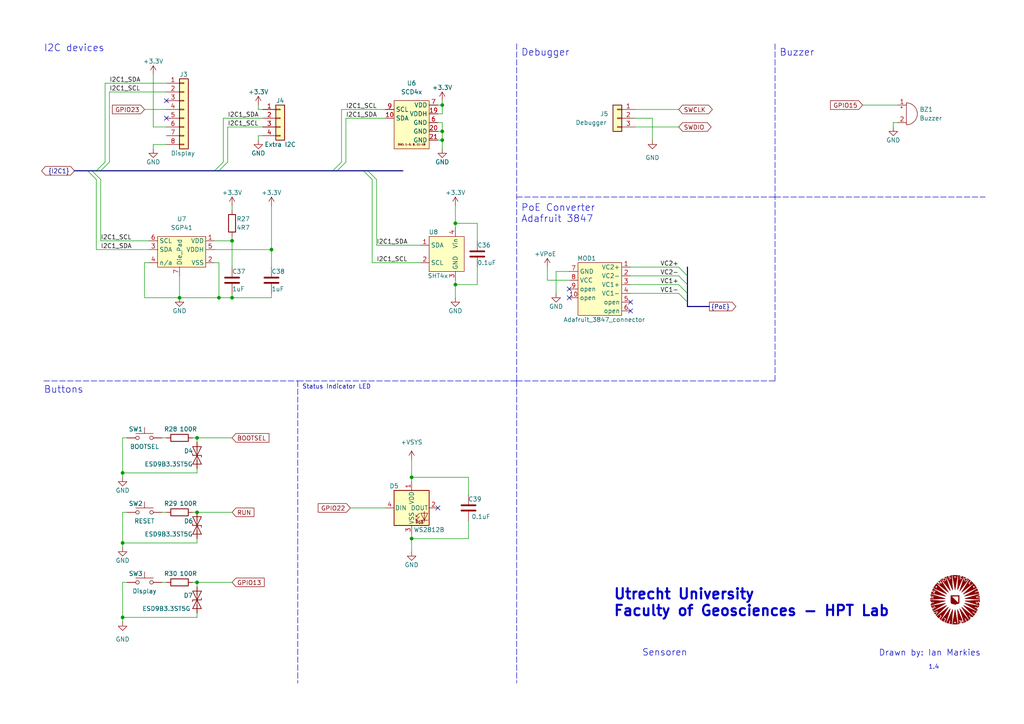
<source format=kicad_sch>
(kicad_sch (version 20211123) (generator eeschema)
  (paper "A4")
  (lib_symbols
    (symbol "Connector_Generic:Conn_01x03" (pin_names (offset 1.016) hide)
      (property "Reference" "J" (at 0 5.08 0))
      (property "Value" "Conn_01x03" (at 0 -5.08 0))
      (symbol "Conn_01x03_1_1"
        (pin passive line (at -5.08 2.54 0) (length 3.81) (name "Pin_1") (number "1"))
        (pin passive line (at -5.08 0 0) (length 3.81) (name "Pin_2") (number "2"))
        (pin passive line (at -5.08 -2.54 0) (length 3.81) (name "Pin_3") (number "3"))
      )
    )
    (symbol "Connector_Generic:Conn_01x04" (pin_names (offset 1.016) hide)
      (property "Reference" "J" (at 0 5.08 0))
      (property "Value" "Conn_01x04" (at 0 -7.62 0))
      (symbol "Conn_01x04_1_1"
        (pin passive line (at -5.08 2.54 0) (length 3.81) (name "Pin_1") (number "1"))
        (pin passive line (at -5.08 0 0) (length 3.81) (name "Pin_2") (number "2"))
        (pin passive line (at -5.08 -2.54 0) (length 3.81) (name "Pin_3") (number "3"))
        (pin passive line (at -5.08 -5.08 0) (length 3.81) (name "Pin_4") (number "4"))
      )
    )
    (symbol "Connector_Generic:Conn_01x08" (pin_names (offset 1.016) hide)
      (property "Reference" "J" (at 0 10.16 0))
      (property "Value" "Conn_01x08" (at 0 -12.7 0))
      (symbol "Conn_01x08_1_1"
        (pin passive line (at -5.08 7.62 0) (length 3.81) (name "Pin_1") (number "1"))
        (pin passive line (at -5.08 5.08 0) (length 3.81) (name "Pin_2") (number "2"))
        (pin passive line (at -5.08 2.54 0) (length 3.81) (name "Pin_3") (number "3"))
        (pin passive line (at -5.08 0 0) (length 3.81) (name "Pin_4") (number "4"))
        (pin passive line (at -5.08 -2.54 0) (length 3.81) (name "Pin_5") (number "5"))
        (pin passive line (at -5.08 -5.08 0) (length 3.81) (name "Pin_6") (number "6"))
        (pin passive line (at -5.08 -7.62 0) (length 3.81) (name "Pin_7") (number "7"))
        (pin passive line (at -5.08 -10.16 0) (length 3.81) (name "Pin_8") (number "8"))
      )
    )
    (symbol "Device:Buzzer" (pin_names (offset 0.0254) hide)
      (property "Reference" "BZ" (at 3.81 1.27 0))
      (property "Value" "Buzzer" (at 3.81 -1.27 0))
      (symbol "Buzzer_1_1"
        (pin passive line (at -2.54 2.54 0) (length 2.54) (name "-") (number "1"))
        (pin passive line (at -2.54 -2.54 0) (length 2.54) (name "+") (number "2"))
      )
    )
    (symbol "Device:C" (pin_numbers hide) (pin_names (offset 0.254))
      (property "Reference" "C" (at 0.635 2.54 0))
      (property "Value" "C" (at 0.635 -2.54 0))
      (symbol "C_1_1"
        (pin passive line (at 0 3.81 270) (length 2.794) (name "~") (number "1"))
        (pin passive line (at 0 -3.81 90) (length 2.794) (name "~") (number "2"))
      )
    )
    (symbol "Device:R" (pin_numbers hide) (pin_names (offset 0))
      (property "Reference" "R" (at 2.032 0 90))
      (property "Value" "R" (at 0 0 90))
      (symbol "R_1_1"
        (pin passive line (at 0 3.81 270) (length 1.27) (name "~") (number "1"))
        (pin passive line (at 0 -3.81 90) (length 1.27) (name "~") (number "2"))
      )
    )
    (symbol "Diode:ESD9B3.3ST5G" (pin_numbers hide) (pin_names (offset 1.016) hide)
      (property "Reference" "D" (at 0 2.54 0))
      (property "Value" "ESD9B3.3ST5G" (at 0 -2.54 0))
      (symbol "ESD9B3.3ST5G_1_1"
        (pin passive line (at -3.81 0 0) (length 2.54) (name "A1") (number "1"))
        (pin passive line (at 3.81 0 180) (length 2.54) (name "A2") (number "2"))
      )
    )
    (symbol "HPT:+VPoE" (power) (in_bom no) (on_board no)
      (property "Value" "+VPoE" (at 0 5.08 0))
      (symbol "+VPoE_1_1"
        (pin power_in line (at 0 0 90) (length 0) hide (name "+VPoE") (number ""))
      )
    )
    (symbol "HPT:+Vsys" (power) (in_bom no) (on_board no)
      (property "Value" "+Vsys" (at 0 3.81 0))
      (symbol "+Vsys_1_1"
        (pin power_in line (at 0 0 90) (length 0) hide (name "+VSYS") (number ""))
      )
    )
    (symbol "HPT:Adafruit_3847_connector"
      (property "Reference" "J" (at -5.08 7.62 0))
      (property "Value" "Adafruit_3847_connector" (at -1.27 -10.16 0))
      (symbol "Adafruit_3847_connector_1_1"
        (pin bidirectional line (at 8.89 5.08 180) (length 2.54) (name "VC2+") (number "1"))
        (pin passive line (at -8.89 -3.81 0) (length 2.54) (name "open") (number "10"))
        (pin bidirectional line (at 8.89 2.54 180) (length 2.54) (name "VC2-") (number "2"))
        (pin bidirectional line (at 8.89 0 180) (length 2.54) (name "VC1+") (number "3"))
        (pin bidirectional line (at 8.89 -2.54 180) (length 2.54) (name "VC1-") (number "4"))
        (pin passive line (at 8.89 -5.08 180) (length 2.54) (name "open") (number "5"))
        (pin passive line (at 8.89 -7.62 180) (length 2.54) (name "open") (number "6"))
        (pin power_out line (at -8.89 3.81 0) (length 2.54) (name "GND") (number "7"))
        (pin power_in line (at -8.89 1.27 0) (length 2.54) (name "VCC") (number "8"))
        (pin passive line (at -8.89 -1.27 0) (length 2.54) (name "open") (number "9"))
      )
    )
    (symbol "HPT:LOGO" (pin_names (offset 1.016)))
    (symbol "HPT:SCD4x"
      (property "Reference" "U" (at -3.81 6.35 0))
      (property "Value" "SCD4x" (at 2.54 -10.16 0))
      (symbol "SCD4x_0_0"
        (text "DNC: 1-5, 8, 11-18" (at 0 -7.62 0) (effects (font (size 0.5 0.5))))
      )
      (symbol "SCD4x_1_1"
        (pin no_connect line (at -7.62 -6.35 0) (length 2.54) hide (name "DNC") (number "1"))
        (pin power_in line (at -7.62 0 0) (length 2.54) (name "SDA") (number "10"))
        (pin no_connect line (at -7.62 -6.35 0) (length 2.54) hide (name "DNC") (number "11"))
        (pin no_connect line (at -7.62 -6.35 0) (length 2.54) hide (name "DNC") (number "12"))
        (pin no_connect line (at -7.62 -6.35 0) (length 2.54) hide (name "DNC") (number "13"))
        (pin no_connect line (at -7.62 -6.35 0) (length 2.54) hide (name "DNC") (number "14"))
        (pin no_connect line (at -7.62 -6.35 0) (length 2.54) hide (name "DNC") (number "15"))
        (pin no_connect line (at -7.62 -6.35 0) (length 2.54) hide (name "DNC") (number "16"))
        (pin no_connect line (at -7.62 -6.35 0) (length 2.54) hide (name "DNC") (number "17"))
        (pin no_connect line (at -7.62 -6.35 0) (length 2.54) hide (name "DNC") (number "18"))
        (pin power_in line (at 7.62 1.27 180) (length 2.54) (name "VDDH") (number "19"))
        (pin no_connect line (at -7.62 -6.35 0) (length 2.54) hide (name "DNC") (number "2"))
        (pin power_in line (at 7.62 -3.81 180) (length 2.54) (name "GND") (number "20"))
        (pin power_in line (at 7.62 -6.35 180) (length 2.54) (name "GND") (number "21"))
        (pin no_connect line (at -7.62 -6.35 0) (length 2.54) hide (name "DNC") (number "3"))
        (pin no_connect line (at -7.62 -6.35 0) (length 2.54) hide (name "DNC") (number "4"))
        (pin no_connect line (at -7.62 -6.35 0) (length 2.54) hide (name "DNC") (number "5"))
        (pin power_in line (at 7.62 -1.27 180) (length 2.54) (name "GND") (number "6"))
        (pin power_in line (at 7.62 3.81 180) (length 2.54) (name "VDD") (number "7"))
        (pin no_connect line (at -7.62 -6.35 0) (length 2.54) hide (name "DNC") (number "8"))
        (pin power_in line (at -7.62 2.54 0) (length 2.54) (name "SCL") (number "9"))
      )
    )
    (symbol "HPT:SGP41"
      (property "Reference" "U" (at -5.08 3.81 0))
      (property "Value" "SGP41" (at 5.08 -7.62 0))
      (symbol "SGP41_1_1"
        (pin power_in line (at 10.16 1.27 180) (length 2.54) (name "VDD") (number "1"))
        (pin power_in line (at 10.16 -5.08 180) (length 2.54) (name "VSS") (number "2"))
        (pin bidirectional line (at -8.89 -1.27 0) (length 2.54) (name "SDA") (number "3"))
        (pin passive line (at -8.89 -5.08 0) (length 2.54) (name "n/a") (number "4"))
        (pin power_in line (at 10.16 -1.27 180) (length 2.54) (name "VDDH") (number "5"))
        (pin bidirectional line (at -8.89 1.27 0) (length 2.54) (name "SCL") (number "6"))
        (pin power_in line (at 0 -8.89 90) (length 2.54) (name "Die_Pad") (number "7"))
      )
    )
    (symbol "HPT:SHT4x"
      (property "Reference" "U" (at 5.08 -6.35 0))
      (property "Value" "SHT4x" (at -2.54 6.35 0))
      (symbol "SHT4x_1_1"
        (pin bidirectional line (at -7.62 2.54 0) (length 2.54) (name "SDA") (number "1"))
        (pin bidirectional line (at -7.62 -2.54 0) (length 2.54) (name "SCL") (number "2"))
        (pin power_in line (at 2.54 -7.62 90) (length 2.54) (name "GND") (number "3"))
        (pin power_in line (at 2.54 7.62 270) (length 2.54) (name "Vin") (number "4"))
      )
    )
    (symbol "LED:WS2812B" (pin_names (offset 0.254))
      (property "Reference" "D" (at 5.08 5.715 0))
      (property "Value" "WS2812B" (at 1.27 -5.715 0))
      (symbol "WS2812B_0_0"
        (text "RGB" (at 2.286 -4.191 0) (effects (font (size 0.762 0.762))))
      )
      (symbol "WS2812B_1_1"
        (pin power_in line (at 0 7.62 270) (length 2.54) (name "VDD") (number "1"))
        (pin output line (at 7.62 0 180) (length 2.54) (name "DOUT") (number "2"))
        (pin power_in line (at 0 -7.62 90) (length 2.54) (name "VSS") (number "3"))
        (pin input line (at -7.62 0 0) (length 2.54) (name "DIN") (number "4"))
      )
    )
    (symbol "Switch:SW_Push" (pin_numbers hide) (pin_names (offset 1.016) hide)
      (property "Reference" "SW" (at 1.27 2.54 0))
      (property "Value" "SW_Push" (at 0 -1.524 0))
      (symbol "SW_Push_0_1"
        (pin passive line (at -5.08 0 0) (length 2.54) (name "1") (number "1"))
        (pin passive line (at 5.08 0 180) (length 2.54) (name "2") (number "2"))
      )
    )
    (symbol "power:+3.3V" (power) (pin_names (offset 0))
      (property "Value" "+3.3V" (at 0 3.556 0))
      (symbol "+3.3V_1_1"
        (pin power_in line (at 0 0 90) (length 0) hide (name "+3.3V") (number "1"))
      )
    )
    (symbol "power:GND" (power) (pin_names (offset 0))
      (property "Value" "GND" (at 0 -3.81 0))
      (symbol "GND_1_1"
        (pin power_in line (at 0 0 270) (length 0) hide (name "GND") (number "1"))
      )
    )
  )
  (bus_alias "PoE" (members "VC1+" "VC1-" "VC2+" "VC2-"))
  (junction (at 35.56 179.07))
  (junction (at 67.31 69.85))
  (junction (at 119.38 138.43))
  (junction (at 132.08 64.77))
  (junction (at 128.27 40.64))
  (junction (at 57.15 148.59))
  (junction (at 128.27 30.48))
  (junction (at 35.56 157.48))
  (junction (at 132.08 82.55))
  (junction (at 78.74 72.39))
  (junction (at 67.31 86.36))
  (junction (at 57.15 127))
  (junction (at 128.27 38.1))
  (junction (at 57.15 168.91))
  (junction (at 52.07 86.36))
  (junction (at 63.5 86.36))
  (junction (at 35.56 137.16))
  (junction (at 119.38 156.21))
  (no_connect (at 127 147.32))
  (no_connect (at 165.1 86.36))
  (no_connect (at 182.88 87.63))
  (no_connect (at 48.26 29.21))
  (no_connect (at 48.26 34.29))
  (no_connect (at 182.88 90.17))
  (no_connect (at 165.1 83.82))
  (bus_entry (at 196.85 85.09) (size 2.54 2.54))
  (bus_entry (at 63.5 49.53) (size 2.54 -2.54))
  (bus_entry (at 62.23 49.53) (size 2.54 -2.54))
  (bus_entry (at 26.67 49.53) (size 2.54 2.54))
  (bus_entry (at 25.4 49.53) (size 2.54 2.54))
  (bus_entry (at 106.68 49.53) (size 2.54 2.54))
  (bus_entry (at 105.41 49.53) (size 2.54 2.54))
  (bus_entry (at 29.21 49.53) (size 2.54 -2.54))
  (bus_entry (at 27.94 49.53) (size 2.54 -2.54))
  (bus_entry (at 199.39 80.01) (size -2.54 -2.54))
  (bus_entry (at 199.39 82.55) (size -2.54 -2.54))
  (bus_entry (at 199.39 85.09) (size -2.54 -2.54))
  (bus_entry (at 96.52 49.53) (size 2.54 -2.54))
  (bus_entry (at 97.79 49.53) (size 2.54 -2.54))
  (bus (pts (xy 199.39 88.9) (xy 205.74 88.9)))
  (bus (pts (xy 29.21 49.53) (xy 62.23 49.53)))
  (wire (pts (xy 76.2 39.37) (xy 74.93 39.37)))
  (wire (pts (xy 107.95 52.07) (xy 107.95 76.2)))
  (wire (pts (xy 63.5 76.2) (xy 63.5 86.36)))
  (wire (pts (xy 74.93 30.48) (xy 74.93 31.75)))
  (wire (pts (xy 107.95 76.2) (xy 121.92 76.2)))
  (wire (pts (xy 48.26 148.59) (xy 46.99 148.59)))
  (bus (pts (xy 105.41 49.53) (xy 106.68 49.53)))
  (wire (pts (xy 27.94 52.07) (xy 27.94 72.39)))
  (wire (pts (xy 36.83 148.59) (xy 35.56 148.59)))
  (wire (pts (xy 100.33 34.29) (xy 111.76 34.29)))
  (wire (pts (xy 41.91 31.75) (xy 48.26 31.75)))
  (bus (pts (xy 21.59 49.53) (xy 25.4 49.53)))
  (wire (pts (xy 35.56 168.91) (xy 35.56 179.07)))
  (wire (pts (xy 184.15 36.83) (xy 196.85 36.83)))
  (bus (pts (xy 26.67 49.53) (xy 27.94 49.53)))
  (bus (pts (xy 199.39 82.55) (xy 199.39 85.09)))
  (wire (pts (xy 63.5 86.36) (xy 67.31 86.36)))
  (wire (pts (xy 127 38.1) (xy 128.27 38.1)))
  (wire (pts (xy 27.94 72.39) (xy 43.18 72.39)))
  (wire (pts (xy 67.31 148.59) (xy 57.15 148.59)))
  (wire (pts (xy 128.27 40.64) (xy 128.27 43.18)))
  (wire (pts (xy 62.23 69.85) (xy 67.31 69.85)))
  (bus (pts (xy 97.79 49.53) (xy 105.41 49.53)))
  (wire (pts (xy 36.83 127) (xy 35.56 127)))
  (wire (pts (xy 128.27 38.1) (xy 128.27 40.64)))
  (wire (pts (xy 119.38 160.02) (xy 119.38 156.21)))
  (wire (pts (xy 138.43 64.77) (xy 138.43 69.85)))
  (wire (pts (xy 48.26 36.83) (xy 44.45 36.83)))
  (wire (pts (xy 259.08 35.56) (xy 259.08 36.83)))
  (wire (pts (xy 119.38 138.43) (xy 135.89 138.43)))
  (wire (pts (xy 128.27 29.21) (xy 128.27 30.48)))
  (wire (pts (xy 35.56 137.16) (xy 35.56 138.43)))
  (wire (pts (xy 158.75 77.47) (xy 158.75 81.28)))
  (bus (pts (xy 106.68 49.53) (xy 116.84 49.53)))
  (wire (pts (xy 132.08 59.69) (xy 132.08 64.77)))
  (bus (pts (xy 97.79 49.53) (xy 96.52 49.53)))
  (bus (pts (xy 25.4 49.53) (xy 26.67 49.53)))
  (polyline (pts (xy 86.36 110.49) (xy 149.86 110.49)))
  (wire (pts (xy 35.56 157.48) (xy 35.56 158.75)))
  (wire (pts (xy 66.04 46.99) (xy 66.04 36.83)))
  (wire (pts (xy 132.08 86.36) (xy 132.08 82.55)))
  (wire (pts (xy 250.19 30.48) (xy 260.35 30.48)))
  (bus (pts (xy 199.39 77.47) (xy 199.39 80.01)))
  (polyline (pts (xy 224.79 57.15) (xy 285.75 57.15)))
  (wire (pts (xy 62.23 72.39) (xy 78.74 72.39)))
  (polyline (pts (xy 149.86 57.15) (xy 224.79 57.15)))
  (wire (pts (xy 182.88 77.47) (xy 196.85 77.47)))
  (wire (pts (xy 101.6 147.32) (xy 111.76 147.32)))
  (wire (pts (xy 29.21 69.85) (xy 29.21 52.07)))
  (wire (pts (xy 35.56 127) (xy 35.56 137.16)))
  (bus (pts (xy 199.39 87.63) (xy 199.39 88.9)))
  (wire (pts (xy 52.07 86.36) (xy 63.5 86.36)))
  (wire (pts (xy 57.15 168.91) (xy 55.88 168.91)))
  (polyline (pts (xy 224.79 110.49) (xy 224.79 57.15)))
  (wire (pts (xy 55.88 148.59) (xy 57.15 148.59)))
  (bus (pts (xy 199.39 80.01) (xy 199.39 82.55)))
  (wire (pts (xy 138.43 82.55) (xy 132.08 82.55)))
  (wire (pts (xy 119.38 156.21) (xy 119.38 154.94)))
  (wire (pts (xy 30.48 24.13) (xy 30.48 46.99)))
  (polyline (pts (xy 12.7 110.49) (xy 86.36 110.49)))
  (wire (pts (xy 46.99 127) (xy 48.26 127)))
  (wire (pts (xy 111.76 31.75) (xy 99.06 31.75)))
  (wire (pts (xy 41.91 76.2) (xy 43.18 76.2)))
  (wire (pts (xy 74.93 39.37) (xy 74.93 40.64)))
  (wire (pts (xy 135.89 151.13) (xy 135.89 156.21)))
  (bus (pts (xy 199.39 85.09) (xy 199.39 87.63)))
  (wire (pts (xy 109.22 71.12) (xy 121.92 71.12)))
  (wire (pts (xy 66.04 36.83) (xy 76.2 36.83)))
  (wire (pts (xy 184.15 31.75) (xy 196.85 31.75)))
  (wire (pts (xy 127 33.02) (xy 128.27 33.02)))
  (wire (pts (xy 52.07 80.01) (xy 52.07 86.36)))
  (wire (pts (xy 119.38 138.43) (xy 119.38 133.35)))
  (wire (pts (xy 161.29 78.74) (xy 161.29 85.09)))
  (wire (pts (xy 57.15 179.07) (xy 35.56 179.07)))
  (wire (pts (xy 67.31 59.69) (xy 67.31 60.96)))
  (wire (pts (xy 57.15 179.07) (xy 57.15 177.8)))
  (wire (pts (xy 36.83 168.91) (xy 35.56 168.91)))
  (wire (pts (xy 44.45 41.91) (xy 44.45 43.18)))
  (wire (pts (xy 132.08 64.77) (xy 138.43 64.77)))
  (wire (pts (xy 189.23 34.29) (xy 189.23 40.64)))
  (wire (pts (xy 31.75 26.67) (xy 48.26 26.67)))
  (wire (pts (xy 57.15 170.18) (xy 57.15 168.91)))
  (wire (pts (xy 67.31 86.36) (xy 67.31 85.09)))
  (bus (pts (xy 63.5 49.53) (xy 96.52 49.53)))
  (wire (pts (xy 127 30.48) (xy 128.27 30.48)))
  (wire (pts (xy 135.89 156.21) (xy 119.38 156.21)))
  (wire (pts (xy 78.74 59.69) (xy 78.74 72.39)))
  (wire (pts (xy 109.22 52.07) (xy 109.22 71.12)))
  (wire (pts (xy 57.15 137.16) (xy 35.56 137.16)))
  (wire (pts (xy 55.88 127) (xy 57.15 127)))
  (wire (pts (xy 41.91 76.2) (xy 41.91 86.36)))
  (wire (pts (xy 62.23 76.2) (xy 63.5 76.2)))
  (wire (pts (xy 138.43 77.47) (xy 138.43 82.55)))
  (bus (pts (xy 27.94 49.53) (xy 29.21 49.53)))
  (wire (pts (xy 119.38 138.43) (xy 119.38 139.7)))
  (wire (pts (xy 127 40.64) (xy 128.27 40.64)))
  (wire (pts (xy 64.77 34.29) (xy 76.2 34.29)))
  (polyline (pts (xy 224.79 12.7) (xy 224.79 57.15)))
  (wire (pts (xy 260.35 35.56) (xy 259.08 35.56)))
  (wire (pts (xy 48.26 41.91) (xy 44.45 41.91)))
  (wire (pts (xy 127 35.56) (xy 128.27 35.56)))
  (wire (pts (xy 57.15 156.21) (xy 57.15 157.48)))
  (wire (pts (xy 67.31 69.85) (xy 67.31 68.58)))
  (wire (pts (xy 135.89 138.43) (xy 135.89 143.51)))
  (wire (pts (xy 100.33 46.99) (xy 100.33 34.29)))
  (wire (pts (xy 35.56 148.59) (xy 35.56 157.48)))
  (wire (pts (xy 165.1 81.28) (xy 158.75 81.28)))
  (bus (pts (xy 62.23 49.53) (xy 63.5 49.53)))
  (wire (pts (xy 182.88 85.09) (xy 196.85 85.09)))
  (wire (pts (xy 182.88 80.01) (xy 196.85 80.01)))
  (wire (pts (xy 30.48 24.13) (xy 48.26 24.13)))
  (wire (pts (xy 132.08 64.77) (xy 132.08 66.04)))
  (wire (pts (xy 67.31 86.36) (xy 78.74 86.36)))
  (wire (pts (xy 57.15 137.16) (xy 57.15 135.89)))
  (wire (pts (xy 182.88 82.55) (xy 196.85 82.55)))
  (wire (pts (xy 31.75 46.99) (xy 31.75 26.67)))
  (wire (pts (xy 67.31 168.91) (xy 57.15 168.91)))
  (wire (pts (xy 128.27 30.48) (xy 128.27 33.02)))
  (wire (pts (xy 67.31 127) (xy 57.15 127)))
  (wire (pts (xy 29.21 69.85) (xy 43.18 69.85)))
  (polyline (pts (xy 149.86 110.49) (xy 149.86 198.12)))
  (wire (pts (xy 184.15 34.29) (xy 189.23 34.29)))
  (wire (pts (xy 44.45 36.83) (xy 44.45 21.59)))
  (wire (pts (xy 99.06 31.75) (xy 99.06 46.99)))
  (wire (pts (xy 78.74 72.39) (xy 78.74 77.47)))
  (wire (pts (xy 57.15 128.27) (xy 57.15 127)))
  (wire (pts (xy 41.91 86.36) (xy 52.07 86.36)))
  (wire (pts (xy 128.27 35.56) (xy 128.27 38.1)))
  (polyline (pts (xy 149.86 110.49) (xy 224.79 110.49)))
  (wire (pts (xy 48.26 168.91) (xy 46.99 168.91)))
  (polyline (pts (xy 86.36 110.49) (xy 86.36 198.12)))
  (wire (pts (xy 132.08 82.55) (xy 132.08 81.28)))
  (wire (pts (xy 35.56 179.07) (xy 35.56 180.34)))
  (wire (pts (xy 74.93 31.75) (xy 76.2 31.75)))
  (wire (pts (xy 78.74 85.09) (xy 78.74 86.36)))
  (wire (pts (xy 165.1 78.74) (xy 161.29 78.74)))
  (polyline (pts (xy 149.86 12.7) (xy 149.86 110.49)))
  (wire (pts (xy 57.15 157.48) (xy 35.56 157.48)))
  (wire (pts (xy 64.77 46.99) (xy 64.77 34.29)))
  (wire (pts (xy 67.31 69.85) (xy 67.31 77.47)))
  (text "PoE Converter\nAdafruit 3847\n" (at 151.13 64.77 0) (effects (font (size 2 2)) (justify left bottom)))
  (text "Drawn by: Ian Markies" (at 284.48 190.5 180) (effects (font (size 1.75 1.75)) (justify right bottom)))
  (text "Status Indicator LED" (at 87.63 113.03 0) (effects (font (size 1.27 1.27)) (justify left bottom)))
  (text "Utrecht University\nFaculty of Geosciences - HPT Lab" (at 177.8 179.07 0) (effects (font (size 3 3) (thickness 0.6) bold) (justify left bottom)))
  (text "1.4\n" (at 269.24 194.31 0) (effects (font (size 1.27 1.27)) (justify left bottom)))
  (text "I2C devices\n" (at 12.7 15.24 0) (effects (font (size 2 2)) (justify left bottom)))
  (text "Buzzer" (at 226.06 16.51 0) (effects (font (size 2 2)) (justify left bottom)))
  (text "Buttons" (at 12.7 114.3 0) (effects (font (size 2 2)) (justify left bottom)))
  (text "Debugger" (at 151.13 16.51 0) (effects (font (size 2 2)) (justify left bottom)))
  (text "Sensoren" (at 199.39 190.5 180) (effects (font (size 1.905 1.905)) (justify right bottom)))
  (label "I2C1_SDA" (at 100.33 34.29 0))
  (label "I2C1_SCL" (at 31.75 26.67 0))
  (label "I2C1_SDA" (at 31.75 24.13 0))
  (label "I2C1_SDA" (at 66.04 34.29 0))
  (label "VC1-" (at 196.85 85.09 180))
  (label "VC2+" (at 196.85 77.47 180))
  (label "I2C1_SCL" (at 100.33 31.75 0))
  (label "VC1+" (at 196.85 82.55 180))
  (label "I2C1_SCL" (at 109.22 76.2 0))
  (label "I2C1_SCL" (at 66.04 36.83 0))
  (label "I2C1_SDA" (at 109.22 71.12 0))
  (label "VC2-" (at 196.85 80.01 180))
  (label "I2C1_SCL" (at 29.21 69.85 0))
  (label "I2C1_SDA" (at 29.21 72.39 0))
  (global_label "BOOTSEL" (shape input) (at 67.31 127 0) (property "Intersheet References" "${INTERSHEET_REFS}" (effects hide)))
  (global_label "GPIO15" (shape input) (at 250.19 30.48 180) (property "Intersheet References" "${INTERSHEET_REFS}" (effects hide)))
  (global_label "{I2C1}" (shape bidirectional) (at 21.59 49.53 180) (property "Intersheet References" "${INTERSHEET_REFS}" (effects hide)))
  (global_label "{PoE}" (shape output) (at 205.74 88.9 0) (property "Intersheet References" "${INTERSHEET_REFS}" (effects hide)))
  (global_label "SWDIO" (shape bidirectional) (at 196.85 36.83 0) (property "Intersheet References" "${INTERSHEET_REFS}" (effects hide)))
  (global_label "SWCLK" (shape bidirectional) (at 196.85 31.75 0) (property "Intersheet References" "${INTERSHEET_REFS}" (effects hide)))
  (global_label "GPIO23" (shape input) (at 41.91 31.75 180) (property "Intersheet References" "${INTERSHEET_REFS}" (effects hide)))
  (global_label "GPIO22" (shape input) (at 101.6 147.32 180) (property "Intersheet References" "${INTERSHEET_REFS}" (effects hide)))
  (global_label "RUN" (shape input) (at 67.31 148.59 0) (property "Intersheet References" "${INTERSHEET_REFS}" (effects hide)))
  (global_label "GPIO13" (shape input) (at 67.31 168.91 0) (property "Intersheet References" "${INTERSHEET_REFS}" (effects hide)))
  (symbol (lib_id "power:GND") (at 44.45 43.18 0) (mirror y) (unit 1)
    (property "Reference" "#PWR046" (effects hide))
    (property "Value" "GND" (at 44.45 46.99 0))
  )
  (symbol (lib_id "power:+3.3V") (at 78.74 59.69 0) (unit 1)
    (property "Reference" "#PWR049" (effects hide))
    (property "Value" "+3.3V" (at 78.74 55.88 0))
  )
  (symbol (lib_id "HPT:Adafruit_3847_connector") (at 173.99 82.55 0) (unit 1)
    (property "Reference" "MOD1" (at 170.18 74.93 0))
    (property "Value" "Adafruit_3847_connector" (at 175.26 92.71 0))
    (property "Footprint" "HPT:Adafruit 3847 connector" (effects hide))
  )
  (symbol (lib_id "Connector_Generic:Conn_01x04") (at 81.28 34.29 0) (unit 1)
    (property "Reference" "J4" (at 81.28 29.21 0))
    (property "Value" "Extra I2C" (at 81.28 41.91 0))
    (property "Footprint" "Connector_PinHeader_2.54mm:PinHeader_1x04_P2.54mm_Vertical" (effects hide))
  )
  (symbol (lib_id "Connector_Generic:Conn_01x03") (at 179.07 34.29 0) (mirror y) (unit 1)
    (property "Reference" "J5" (at 175.26 33.02 0))
    (property "Value" "Debugger" (at 171.45 35.56 0))
    (property "Footprint" "Connector_PinHeader_2.54mm:PinHeader_1x03_P2.54mm_Vertical" (effects hide))
  )
  (symbol (lib_id "Diode:ESD9B3.3ST5G") (at 57.15 132.08 90) (unit 1)
    (property "Reference" "D4" (at 53.34 130.81 90) (effects (justify right)))
    (property "Value" "ESD9B3.3ST5G" (at 41.91 134.62 90) (effects (justify right)))
    (property "Footprint" "Diode_SMD:D_SOD-923" (effects hide))
    (property "Datasheet" "https://www.onsemi.com/pub/Collateral/ESD9B-D.PDF" (effects hide))
  )
  (symbol (lib_id "power:+3.3V") (at 67.31 59.69 0) (unit 1)
    (property "Reference" "#PWR048" (effects hide))
    (property "Value" "+3.3V" (at 67.31 55.88 0))
  )
  (symbol (lib_id "Device:C") (at 135.89 147.32 0) (mirror y) (unit 1)
    (property "Reference" "C39" (at 139.7 144.78 0) (effects (justify left)))
    (property "Value" "0.1uF" (at 142.24 149.86 0) (effects (justify left)))
    (property "Footprint" "Capacitor_SMD:C_0402_1005Metric" (effects hide))
  )
  (symbol (lib_id "power:+3.3V") (at 74.93 30.48 0) (mirror y) (unit 1)
    (property "Reference" "#PWR042" (effects hide))
    (property "Value" "+3.3V" (at 74.93 26.67 0))
  )
  (symbol (lib_id "power:GND") (at 132.08 86.36 0) (unit 1)
    (property "Reference" "#PWR053" (effects hide))
    (property "Value" "GND" (at 132.08 90.17 0))
  )
  (symbol (lib_id "power:GND") (at 161.29 85.09 0) (mirror y) (unit 1)
    (property "Reference" "#PWR051" (effects hide))
    (property "Value" "GND" (at 161.29 88.9 0))
  )
  (symbol (lib_id "power:GND") (at 119.38 160.02 0) (unit 1)
    (property "Reference" "#PWR056" (effects hide))
    (property "Value" "GND" (at 119.38 163.83 0))
  )
  (symbol (lib_id "Switch:SW_Push") (at 41.91 127 0) (unit 1)
    (property "Reference" "SW1" (at 39.37 124.46 0))
    (property "Value" "BOOTSEL" (at 41.91 129.54 0))
    (property "Footprint" "HPT:Switch" (effects hide))
  )
  (symbol (lib_id "HPT:SCD4x") (at 119.38 34.29 0) (unit 1)
    (property "Reference" "U6" (at 119.38 24.13 0))
    (property "Value" "SCD4x" (at 119.38 26.67 0))
    (property "Footprint" "HPT:SDC4x" (effects hide))
  )
  (symbol (lib_id "Device:R") (at 52.07 168.91 90) (unit 1)
    (property "Reference" "R30" (at 49.53 166.37 90))
    (property "Value" "100R" (at 54.61 166.37 90))
    (property "Footprint" "Resistor_SMD:R_0402_1005Metric" (effects hide))
  )
  (symbol (lib_id "Device:R") (at 52.07 127 270) (mirror x) (unit 1)
    (property "Reference" "R28" (at 49.53 124.46 90))
    (property "Value" "100R" (at 54.61 124.46 90))
    (property "Footprint" "Resistor_SMD:R_0402_1005Metric" (effects hide))
  )
  (symbol (lib_id "Switch:SW_Push") (at 41.91 148.59 0) (unit 1)
    (property "Reference" "SW2" (at 39.37 146.05 0))
    (property "Value" "RESET" (at 41.91 151.13 0))
    (property "Footprint" "HPT:Switch" (effects hide))
  )
  (symbol (lib_id "LED:WS2812B") (at 119.38 147.32 0) (unit 1)
    (property "Reference" "D5" (at 114.3 140.97 0))
    (property "Value" "WS2812B" (at 124.46 153.67 0))
    (property "Footprint" "LED_SMD:LED_WS2812B_PLCC4_5.0x5.0mm_P3.2mm" (effects hide))
    (property "Datasheet" "https://cdn-shop.adafruit.com/datasheets/WS2812B.pdf" (effects hide))
  )
  (symbol (lib_id "HPT:LOGO") (at 276.86 173.99 0) (unit 1)
    (property "Reference" "#G4" (effects hide))
    (property "Value" "LOGO" (effects hide))
  )
  (symbol (lib_id "Diode:ESD9B3.3ST5G") (at 57.15 173.99 270) (mirror x) (unit 1)
    (property "Reference" "D7" (at 54.61 172.72 90))
    (property "Value" "ESD9B3.3ST5G" (at 48.26 176.53 90))
    (property "Footprint" "Diode_SMD:D_SOD-923" (effects hide))
    (property "Datasheet" "https://www.onsemi.com/pub/Collateral/ESD9B-D.PDF" (effects hide))
  )
  (symbol (lib_id "HPT:SHT4x") (at 129.54 73.66 0) (unit 1)
    (property "Reference" "U8" (at 125.73 67.31 0))
    (property "Value" "SHT4x" (at 127 80.01 0))
    (property "Footprint" "HPT:SHT4x" (effects hide))
  )
  (symbol (lib_id "power:+3.3V") (at 132.08 59.69 0) (unit 1)
    (property "Reference" "#PWR050" (effects hide))
    (property "Value" "+3.3V" (at 132.08 55.88 0))
  )
  (symbol (lib_id "power:GND") (at 35.56 138.43 0) (unit 1)
    (property "Reference" "#PWR054" (effects hide))
    (property "Value" "GND" (at 35.56 142.24 0))
  )
  (symbol (lib_id "power:GND") (at 35.56 180.34 0) (mirror y) (unit 1)
    (property "Reference" "#PWR057" (effects hide))
    (property "Value" "GND" (at 35.56 185.42 0))
  )
  (symbol (lib_id "power:+3.3V") (at 44.45 21.59 0) (mirror y) (unit 1)
    (property "Reference" "#PWR040" (effects hide))
    (property "Value" "+3.3V" (at 44.45 17.78 0))
  )
  (symbol (lib_id "power:GND") (at 128.27 43.18 0) (unit 1)
    (property "Reference" "#PWR047" (effects hide))
    (property "Value" "GND" (at 128.27 46.99 0))
  )
  (symbol (lib_id "Switch:SW_Push") (at 41.91 168.91 0) (mirror y) (unit 1)
    (property "Reference" "SW3" (at 39.37 166.37 0))
    (property "Value" "Display" (at 41.91 171.45 0))
    (property "Footprint" "Button_Switch_SMD:SW_Push_1P1T_NO_6x6mm_H9.5mm" (effects hide))
  )
  (symbol (lib_id "Connector_Generic:Conn_01x08") (at 53.34 31.75 0) (unit 1)
    (property "Reference" "J3" (at 52.07 21.59 0) (effects (justify left)))
    (property "Value" "Display" (at 49.53 44.45 0) (effects (justify left)))
    (property "Footprint" "Connector_PinHeader_2.54mm:PinHeader_1x08_P2.54mm_Vertical" (effects hide))
  )
  (symbol (lib_id "Device:Buzzer") (at 262.89 33.02 0) (unit 1)
    (property "Reference" "BZ1" (at 266.7 31.7499 0) (effects (justify left)))
    (property "Value" "Buzzer" (at 266.7 34.2899 0) (effects (justify left)))
    (property "Footprint" "Buzzer_Beeper:Buzzer_TDK_PS1240P02BT_D12.2mm_H6.5mm" (effects hide))
  )
  (symbol (lib_id "Device:R") (at 67.31 64.77 0) (unit 1)
    (property "Reference" "R27" (at 68.58 63.5 0) (effects (justify left)))
    (property "Value" "4R7" (at 68.58 66.04 0) (effects (justify left)))
    (property "Footprint" "Resistor_SMD:R_0402_1005Metric" (effects hide))
  )
  (symbol (lib_id "Device:R") (at 52.07 148.59 270) (mirror x) (unit 1)
    (property "Reference" "R29" (at 49.53 146.05 90))
    (property "Value" "100R" (at 54.61 146.05 90))
    (property "Footprint" "Resistor_SMD:R_0402_1005Metric" (effects hide))
  )
  (symbol (lib_id "HPT:+VPoE") (at 158.75 77.47 0) (unit 1) (in_bom no) (on_board no)
    (property "Reference" "#U09" (effects hide))
    (property "Value" "+VPoE" (at 154.94 73.66 0) (effects (justify left)))
  )
  (symbol (lib_id "power:GND") (at 35.56 158.75 0) (unit 1)
    (property "Reference" "#PWR055" (effects hide))
    (property "Value" "GND" (at 35.56 162.56 0))
  )
  (symbol (lib_id "Device:C") (at 67.31 81.28 0) (unit 1)
    (property "Reference" "C37" (at 67.31 78.74 0) (effects (justify left)))
    (property "Value" "1uF" (at 67.31 83.82 0) (effects (justify left)))
    (property "Footprint" "Capacitor_SMD:C_0402_1005Metric" (effects hide))
  )
  (symbol (lib_id "power:GND") (at 259.08 36.83 0) (unit 1)
    (property "Reference" "#PWR043" (effects hide))
    (property "Value" "GND" (at 259.08 40.64 0))
  )
  (symbol (lib_id "power:GND") (at 52.07 86.36 0) (unit 1)
    (property "Reference" "#PWR052" (effects hide))
    (property "Value" "GND" (at 52.07 90.17 0))
  )
  (symbol (lib_id "Device:C") (at 138.43 73.66 0) (mirror x) (unit 1)
    (property "Reference" "C36" (at 138.43 71.12 0) (effects (justify left)))
    (property "Value" "0.1uF" (at 138.43 76.2 0) (effects (justify left)))
    (property "Footprint" "Capacitor_SMD:C_0402_1005Metric" (effects hide))
  )
  (symbol (lib_id "power:GND") (at 74.93 40.64 0) (mirror y) (unit 1)
    (property "Reference" "#PWR044" (effects hide))
    (property "Value" "GND" (at 74.93 44.45 0))
  )
  (symbol (lib_id "Diode:ESD9B3.3ST5G") (at 57.15 152.4 90) (unit 1)
    (property "Reference" "D6" (at 53.34 151.13 90) (effects (justify right)))
    (property "Value" "ESD9B3.3ST5G" (at 41.91 154.94 90) (effects (justify right)))
    (property "Footprint" "Diode_SMD:D_SOD-923" (effects hide))
    (property "Datasheet" "https://www.onsemi.com/pub/Collateral/ESD9B-D.PDF" (effects hide))
  )
  (symbol (lib_id "power:GND") (at 189.23 40.64 0) (unit 1)
    (property "Reference" "#PWR045" (effects hide))
    (property "Value" "GND" (at 189.23 45.72 0))
  )
  (symbol (lib_id "HPT:SGP41") (at 52.07 71.12 0) (unit 1)
    (property "Reference" "U7" (at 52.705 63.5 0))
    (property "Value" "SGP41" (at 52.705 66.04 0))
    (property "Footprint" "HPT:XDCR_SGP41-D-R4" (effects hide))
  )
  (symbol (lib_id "HPT:+Vsys") (at 119.38 133.35 0) (unit 1) (in_bom no) (on_board no)
    (property "Reference" "#PWRSYS01" (effects hide))
    (property "Value" "+Vsys" (at 119.38 128.27 0))
  )
  (symbol (lib_id "power:+3.3V") (at 128.27 29.21 0) (unit 1)
    (property "Reference" "#PWR041" (effects hide))
    (property "Value" "+3.3V" (at 128.27 25.4 0))
  )
  (symbol (lib_id "Device:C") (at 78.74 81.28 0) (unit 1)
    (property "Reference" "C38" (at 78.74 78.74 0) (effects (justify left)))
    (property "Value" "1uF" (at 78.74 83.82 0) (effects (justify left)))
    (property "Footprint" "Capacitor_SMD:C_0402_1005Metric" (effects hide))
  )
)
</source>
